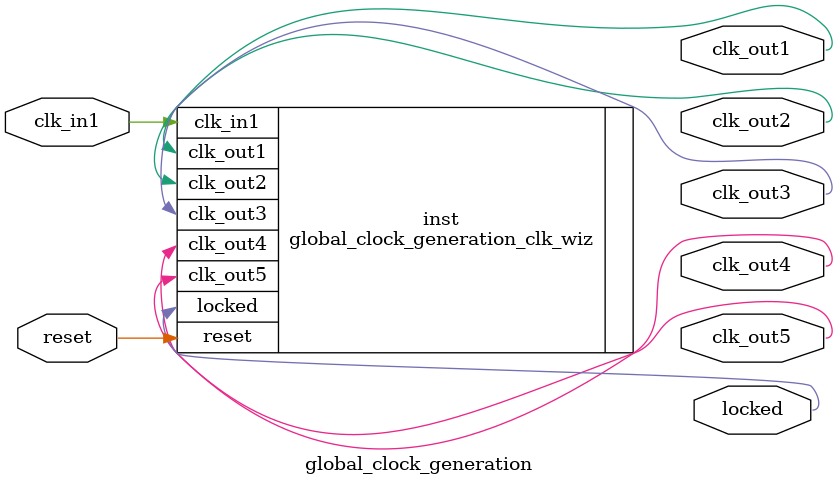
<source format=v>


`timescale 1ps/1ps

(* CORE_GENERATION_INFO = "global_clock_generation,clk_wiz_v5_4_3_0,{component_name=global_clock_generation,use_phase_alignment=true,use_min_o_jitter=false,use_max_i_jitter=false,use_dyn_phase_shift=false,use_inclk_switchover=false,use_dyn_reconfig=false,enable_axi=0,feedback_source=FDBK_AUTO,PRIMITIVE=MMCM,num_out_clk=5,clkin1_period=5.000,clkin2_period=10.0,use_power_down=false,use_reset=true,use_locked=true,use_inclk_stopped=false,feedback_type=SINGLE,CLOCK_MGR_TYPE=NA,manual_override=false}" *)

module global_clock_generation 
 (
  // Clock out ports
  output        clk_out1,
  output        clk_out2,
  output        clk_out3,
  output        clk_out4,
  output        clk_out5,
  // Status and control signals
  input         reset,
  output        locked,
 // Clock in ports
  input         clk_in1
 );

  global_clock_generation_clk_wiz inst
  (
  // Clock out ports  
  .clk_out1(clk_out1),
  .clk_out2(clk_out2),
  .clk_out3(clk_out3),
  .clk_out4(clk_out4),
  .clk_out5(clk_out5),
  // Status and control signals               
  .reset(reset), 
  .locked(locked),
 // Clock in ports
  .clk_in1(clk_in1)
  );

endmodule

</source>
